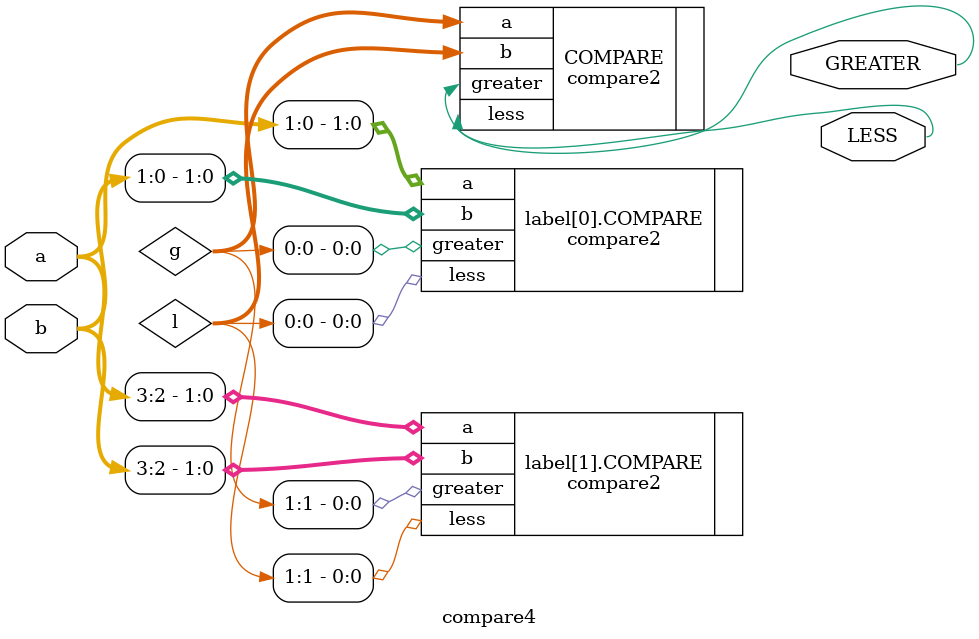
<source format=sv>
`timescale 1ns / 1ps


//module compare2(
//    input [1:0] a,
//    input [1:0] b,
//    output greater,
//    output less
//    );
//    assign greater = a[1] & !b[1]
//                    | !a[1] & !b[1] & a[0] & !b[0]
//                    | a[1] & b[1] & a[0] & !b[0];
//    assign less = !a[1] & b[1]
//                    | a[1] & b[1] & !a[0] & b[0]
//                    | !a[1] & !b[1] & !a[0] & b[0];                 
//endmodule


module compare4(
    input [3:0] a,
    input [3:0] b,
    output GREATER,
    output LESS
    );
    logic [1:0] l, g;
    
       genvar i;
   generate
      for (i = 0; i < 2; i = i + 1)
      begin: label
         compare2 COMPARE(.a(a[2*i+1:2*i+0]), .b(b[2*i+1:2*i+0]), .greater(g[i]), .less(l[i])); 
      end
   endgenerate
    
//    compare2 COMPARE_LOW(.a(a[1:0]), .b(b[1:0]), .greater(g[0]), less(l[0]));   
//    compare2 COMPARE_HIGH(.a(a[3:2]), .b(b[3:2]), .greater(g[1]), less(l[1]));  
   compare2 COMPARE(.a(g[1:0]), .b(l), .greater(GREATER), .less(LESS));              
endmodule
</source>
